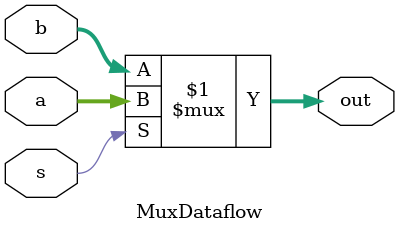
<source format=sv>
module MuxDataflow(a, b, s, out);
    input [1:0] a, b;
    input s;
    output [1:0] out;

    assign out = s ? a : b;
endmodule

</source>
